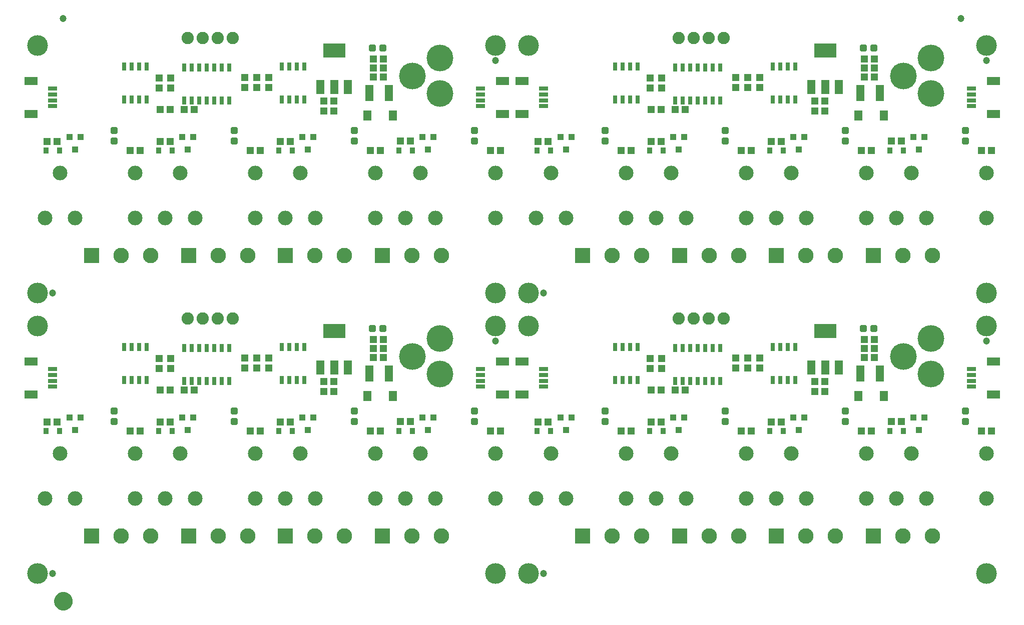
<source format=gts>
G75*
%MOIN*%
%OFA0B0*%
%FSLAX25Y25*%
%IPPOS*%
%LPD*%
%AMOC8*
5,1,8,0,0,1.08239X$1,22.5*
%
%ADD10R,0.05131X0.04737*%
%ADD11R,0.03280X0.04068*%
%ADD12C,0.01990*%
%ADD13R,0.08674X0.05524*%
%ADD14R,0.06115X0.03162*%
%ADD15C,0.09800*%
%ADD16C,0.13800*%
%ADD17R,0.04737X0.05131*%
%ADD18R,0.03950X0.04343*%
%ADD19R,0.10300X0.10300*%
%ADD20C,0.10300*%
%ADD21C,0.04737*%
%ADD22C,0.08200*%
%ADD23R,0.03162X0.05524*%
%ADD24C,0.17800*%
%ADD25R,0.05600X0.09600*%
%ADD26R,0.14973X0.09461*%
%ADD27R,0.05524X0.10643*%
%ADD28R,0.05800X0.06587*%
%ADD29C,0.05000*%
%ADD30C,0.06706*%
D10*
X0100404Y0133750D03*
X0107096Y0133750D03*
X0120404Y0139750D03*
X0127096Y0139750D03*
X0127096Y0161250D03*
X0120404Y0161250D03*
X0136404Y0161250D03*
X0143096Y0161250D03*
X0180404Y0133750D03*
X0187096Y0133750D03*
X0200404Y0139750D03*
X0207096Y0139750D03*
X0229404Y0160250D03*
X0229404Y0166750D03*
X0236096Y0166750D03*
X0236096Y0160250D03*
X0262404Y0182750D03*
X0269096Y0182750D03*
X0269096Y0188750D03*
X0269096Y0194750D03*
X0262404Y0194750D03*
X0262404Y0188750D03*
X0280404Y0140250D03*
X0287096Y0140250D03*
X0267096Y0133750D03*
X0260404Y0133750D03*
X0340404Y0133750D03*
X0347096Y0133750D03*
X0371904Y0139750D03*
X0378596Y0139750D03*
X0427404Y0133750D03*
X0434096Y0133750D03*
X0447404Y0139750D03*
X0454096Y0139750D03*
X0454096Y0161250D03*
X0447404Y0161250D03*
X0463404Y0161250D03*
X0470096Y0161250D03*
X0507404Y0133750D03*
X0514096Y0133750D03*
X0527404Y0139750D03*
X0534096Y0139750D03*
X0556404Y0160250D03*
X0556404Y0166750D03*
X0563096Y0166750D03*
X0563096Y0160250D03*
X0589404Y0182750D03*
X0596096Y0182750D03*
X0596096Y0188750D03*
X0596096Y0194750D03*
X0589404Y0194750D03*
X0589404Y0188750D03*
X0607404Y0140250D03*
X0614096Y0140250D03*
X0594096Y0133750D03*
X0587404Y0133750D03*
X0667404Y0133750D03*
X0674096Y0133750D03*
X0674096Y0320750D03*
X0667404Y0320750D03*
X0614096Y0327250D03*
X0607404Y0327250D03*
X0594096Y0320750D03*
X0587404Y0320750D03*
X0563096Y0347250D03*
X0556404Y0347250D03*
X0556404Y0353750D03*
X0563096Y0353750D03*
X0589404Y0369750D03*
X0596096Y0369750D03*
X0596096Y0375750D03*
X0596096Y0381750D03*
X0589404Y0381750D03*
X0589404Y0375750D03*
X0534096Y0326750D03*
X0527404Y0326750D03*
X0514096Y0320750D03*
X0507404Y0320750D03*
X0470096Y0348250D03*
X0463404Y0348250D03*
X0454096Y0348250D03*
X0447404Y0348250D03*
X0447404Y0326750D03*
X0454096Y0326750D03*
X0434096Y0320750D03*
X0427404Y0320750D03*
X0378596Y0326750D03*
X0371904Y0326750D03*
X0347096Y0320750D03*
X0340404Y0320750D03*
X0287096Y0327250D03*
X0280404Y0327250D03*
X0267096Y0320750D03*
X0260404Y0320750D03*
X0236096Y0347250D03*
X0229404Y0347250D03*
X0229404Y0353750D03*
X0236096Y0353750D03*
X0262404Y0369750D03*
X0269096Y0369750D03*
X0269096Y0375750D03*
X0269096Y0381750D03*
X0262404Y0381750D03*
X0262404Y0375750D03*
X0207096Y0326750D03*
X0200404Y0326750D03*
X0187096Y0320750D03*
X0180404Y0320750D03*
X0143096Y0348250D03*
X0136404Y0348250D03*
X0127096Y0348250D03*
X0120404Y0348250D03*
X0120404Y0326750D03*
X0127096Y0326750D03*
X0107096Y0320750D03*
X0100404Y0320750D03*
X0051596Y0326750D03*
X0044904Y0326750D03*
X0044904Y0139750D03*
X0051596Y0139750D03*
D11*
X0053278Y0133750D03*
X0044222Y0133750D03*
X0119222Y0133750D03*
X0128278Y0133750D03*
X0199222Y0133750D03*
X0208278Y0133750D03*
X0279222Y0133750D03*
X0288278Y0133750D03*
X0371222Y0133750D03*
X0380278Y0133750D03*
X0446222Y0133750D03*
X0455278Y0133750D03*
X0526222Y0133750D03*
X0535278Y0133750D03*
X0606222Y0133750D03*
X0615278Y0133750D03*
X0615278Y0320750D03*
X0606222Y0320750D03*
X0535278Y0320750D03*
X0526222Y0320750D03*
X0455278Y0320750D03*
X0446222Y0320750D03*
X0380278Y0320750D03*
X0371222Y0320750D03*
X0288278Y0320750D03*
X0279222Y0320750D03*
X0208278Y0320750D03*
X0199222Y0320750D03*
X0128278Y0320750D03*
X0119222Y0320750D03*
X0053278Y0320750D03*
X0044222Y0320750D03*
D12*
X0088377Y0328670D02*
X0091123Y0328670D01*
X0091123Y0325924D01*
X0088377Y0325924D01*
X0088377Y0328670D01*
X0088377Y0327814D02*
X0091123Y0327814D01*
X0091123Y0335576D02*
X0088377Y0335576D01*
X0091123Y0335576D02*
X0091123Y0332830D01*
X0088377Y0332830D01*
X0088377Y0335576D01*
X0088377Y0334720D02*
X0091123Y0334720D01*
X0168377Y0335576D02*
X0171123Y0335576D01*
X0171123Y0332830D01*
X0168377Y0332830D01*
X0168377Y0335576D01*
X0168377Y0334720D02*
X0171123Y0334720D01*
X0171123Y0328670D02*
X0168377Y0328670D01*
X0171123Y0328670D02*
X0171123Y0325924D01*
X0168377Y0325924D01*
X0168377Y0328670D01*
X0168377Y0327814D02*
X0171123Y0327814D01*
X0248377Y0328670D02*
X0251123Y0328670D01*
X0251123Y0325924D01*
X0248377Y0325924D01*
X0248377Y0328670D01*
X0248377Y0327814D02*
X0251123Y0327814D01*
X0251123Y0335576D02*
X0248377Y0335576D01*
X0251123Y0335576D02*
X0251123Y0332830D01*
X0248377Y0332830D01*
X0248377Y0335576D01*
X0248377Y0334720D02*
X0251123Y0334720D01*
X0328377Y0335576D02*
X0331123Y0335576D01*
X0331123Y0332830D01*
X0328377Y0332830D01*
X0328377Y0335576D01*
X0328377Y0334720D02*
X0331123Y0334720D01*
X0331123Y0328670D02*
X0328377Y0328670D01*
X0331123Y0328670D02*
X0331123Y0325924D01*
X0328377Y0325924D01*
X0328377Y0328670D01*
X0328377Y0327814D02*
X0331123Y0327814D01*
X0415377Y0328670D02*
X0418123Y0328670D01*
X0418123Y0325924D01*
X0415377Y0325924D01*
X0415377Y0328670D01*
X0415377Y0327814D02*
X0418123Y0327814D01*
X0418123Y0335576D02*
X0415377Y0335576D01*
X0418123Y0335576D02*
X0418123Y0332830D01*
X0415377Y0332830D01*
X0415377Y0335576D01*
X0415377Y0334720D02*
X0418123Y0334720D01*
X0495377Y0335576D02*
X0498123Y0335576D01*
X0498123Y0332830D01*
X0495377Y0332830D01*
X0495377Y0335576D01*
X0495377Y0334720D02*
X0498123Y0334720D01*
X0498123Y0328670D02*
X0495377Y0328670D01*
X0498123Y0328670D02*
X0498123Y0325924D01*
X0495377Y0325924D01*
X0495377Y0328670D01*
X0495377Y0327814D02*
X0498123Y0327814D01*
X0575377Y0328670D02*
X0578123Y0328670D01*
X0578123Y0325924D01*
X0575377Y0325924D01*
X0575377Y0328670D01*
X0575377Y0327814D02*
X0578123Y0327814D01*
X0578123Y0335576D02*
X0575377Y0335576D01*
X0578123Y0335576D02*
X0578123Y0332830D01*
X0575377Y0332830D01*
X0575377Y0335576D01*
X0575377Y0334720D02*
X0578123Y0334720D01*
X0655377Y0335576D02*
X0658123Y0335576D01*
X0658123Y0332830D01*
X0655377Y0332830D01*
X0655377Y0335576D01*
X0655377Y0334720D02*
X0658123Y0334720D01*
X0658123Y0328670D02*
X0655377Y0328670D01*
X0658123Y0328670D02*
X0658123Y0325924D01*
X0655377Y0325924D01*
X0655377Y0328670D01*
X0655377Y0327814D02*
X0658123Y0327814D01*
X0594330Y0387877D02*
X0594330Y0390623D01*
X0597076Y0390623D01*
X0597076Y0387877D01*
X0594330Y0387877D01*
X0594330Y0389767D02*
X0597076Y0389767D01*
X0587424Y0390623D02*
X0587424Y0387877D01*
X0587424Y0390623D02*
X0590170Y0390623D01*
X0590170Y0387877D01*
X0587424Y0387877D01*
X0587424Y0389767D02*
X0590170Y0389767D01*
X0587424Y0203623D02*
X0587424Y0200877D01*
X0587424Y0203623D02*
X0590170Y0203623D01*
X0590170Y0200877D01*
X0587424Y0200877D01*
X0587424Y0202767D02*
X0590170Y0202767D01*
X0594330Y0203623D02*
X0594330Y0200877D01*
X0594330Y0203623D02*
X0597076Y0203623D01*
X0597076Y0200877D01*
X0594330Y0200877D01*
X0594330Y0202767D02*
X0597076Y0202767D01*
X0578123Y0148576D02*
X0575377Y0148576D01*
X0578123Y0148576D02*
X0578123Y0145830D01*
X0575377Y0145830D01*
X0575377Y0148576D01*
X0575377Y0147720D02*
X0578123Y0147720D01*
X0578123Y0141670D02*
X0575377Y0141670D01*
X0578123Y0141670D02*
X0578123Y0138924D01*
X0575377Y0138924D01*
X0575377Y0141670D01*
X0575377Y0140814D02*
X0578123Y0140814D01*
X0655377Y0141670D02*
X0658123Y0141670D01*
X0658123Y0138924D01*
X0655377Y0138924D01*
X0655377Y0141670D01*
X0655377Y0140814D02*
X0658123Y0140814D01*
X0658123Y0148576D02*
X0655377Y0148576D01*
X0658123Y0148576D02*
X0658123Y0145830D01*
X0655377Y0145830D01*
X0655377Y0148576D01*
X0655377Y0147720D02*
X0658123Y0147720D01*
X0498123Y0148576D02*
X0495377Y0148576D01*
X0498123Y0148576D02*
X0498123Y0145830D01*
X0495377Y0145830D01*
X0495377Y0148576D01*
X0495377Y0147720D02*
X0498123Y0147720D01*
X0498123Y0141670D02*
X0495377Y0141670D01*
X0498123Y0141670D02*
X0498123Y0138924D01*
X0495377Y0138924D01*
X0495377Y0141670D01*
X0495377Y0140814D02*
X0498123Y0140814D01*
X0418123Y0141670D02*
X0415377Y0141670D01*
X0418123Y0141670D02*
X0418123Y0138924D01*
X0415377Y0138924D01*
X0415377Y0141670D01*
X0415377Y0140814D02*
X0418123Y0140814D01*
X0418123Y0148576D02*
X0415377Y0148576D01*
X0418123Y0148576D02*
X0418123Y0145830D01*
X0415377Y0145830D01*
X0415377Y0148576D01*
X0415377Y0147720D02*
X0418123Y0147720D01*
X0331123Y0148576D02*
X0328377Y0148576D01*
X0331123Y0148576D02*
X0331123Y0145830D01*
X0328377Y0145830D01*
X0328377Y0148576D01*
X0328377Y0147720D02*
X0331123Y0147720D01*
X0331123Y0141670D02*
X0328377Y0141670D01*
X0331123Y0141670D02*
X0331123Y0138924D01*
X0328377Y0138924D01*
X0328377Y0141670D01*
X0328377Y0140814D02*
X0331123Y0140814D01*
X0251123Y0141670D02*
X0248377Y0141670D01*
X0251123Y0141670D02*
X0251123Y0138924D01*
X0248377Y0138924D01*
X0248377Y0141670D01*
X0248377Y0140814D02*
X0251123Y0140814D01*
X0251123Y0148576D02*
X0248377Y0148576D01*
X0251123Y0148576D02*
X0251123Y0145830D01*
X0248377Y0145830D01*
X0248377Y0148576D01*
X0248377Y0147720D02*
X0251123Y0147720D01*
X0171123Y0148576D02*
X0168377Y0148576D01*
X0171123Y0148576D02*
X0171123Y0145830D01*
X0168377Y0145830D01*
X0168377Y0148576D01*
X0168377Y0147720D02*
X0171123Y0147720D01*
X0171123Y0141670D02*
X0168377Y0141670D01*
X0171123Y0141670D02*
X0171123Y0138924D01*
X0168377Y0138924D01*
X0168377Y0141670D01*
X0168377Y0140814D02*
X0171123Y0140814D01*
X0091123Y0141670D02*
X0088377Y0141670D01*
X0091123Y0141670D02*
X0091123Y0138924D01*
X0088377Y0138924D01*
X0088377Y0141670D01*
X0088377Y0140814D02*
X0091123Y0140814D01*
X0091123Y0148576D02*
X0088377Y0148576D01*
X0091123Y0148576D02*
X0091123Y0145830D01*
X0088377Y0145830D01*
X0088377Y0148576D01*
X0088377Y0147720D02*
X0091123Y0147720D01*
X0260424Y0200877D02*
X0260424Y0203623D01*
X0263170Y0203623D01*
X0263170Y0200877D01*
X0260424Y0200877D01*
X0260424Y0202767D02*
X0263170Y0202767D01*
X0267330Y0203623D02*
X0267330Y0200877D01*
X0267330Y0203623D02*
X0270076Y0203623D01*
X0270076Y0200877D01*
X0267330Y0200877D01*
X0267330Y0202767D02*
X0270076Y0202767D01*
X0267330Y0387877D02*
X0267330Y0390623D01*
X0270076Y0390623D01*
X0270076Y0387877D01*
X0267330Y0387877D01*
X0267330Y0389767D02*
X0270076Y0389767D01*
X0260424Y0390623D02*
X0260424Y0387877D01*
X0260424Y0390623D02*
X0263170Y0390623D01*
X0263170Y0387877D01*
X0260424Y0387877D01*
X0260424Y0389767D02*
X0263170Y0389767D01*
D13*
X0348219Y0367274D03*
X0361281Y0367274D03*
X0361281Y0345226D03*
X0348219Y0345226D03*
X0348219Y0180274D03*
X0361281Y0180274D03*
X0361281Y0158226D03*
X0348219Y0158226D03*
X0034281Y0158226D03*
X0034281Y0180274D03*
X0034281Y0345226D03*
X0034281Y0367274D03*
X0675219Y0367274D03*
X0675219Y0345226D03*
X0675219Y0180274D03*
X0675219Y0158226D03*
D14*
X0660750Y0163344D03*
X0660750Y0167281D03*
X0660750Y0171219D03*
X0660750Y0175156D03*
X0660750Y0350344D03*
X0660750Y0354281D03*
X0660750Y0358219D03*
X0660750Y0362156D03*
X0375750Y0362156D03*
X0375750Y0358219D03*
X0375750Y0354281D03*
X0375750Y0350344D03*
X0333750Y0350344D03*
X0333750Y0354281D03*
X0333750Y0358219D03*
X0333750Y0362156D03*
X0048750Y0362156D03*
X0048750Y0358219D03*
X0048750Y0354281D03*
X0048750Y0350344D03*
X0048750Y0175156D03*
X0048750Y0171219D03*
X0048750Y0167281D03*
X0048750Y0163344D03*
X0333750Y0163344D03*
X0333750Y0167281D03*
X0333750Y0171219D03*
X0333750Y0175156D03*
X0375750Y0175156D03*
X0375750Y0171219D03*
X0375750Y0167281D03*
X0375750Y0163344D03*
D15*
X0380750Y0118750D03*
X0343750Y0118750D03*
X0293750Y0118750D03*
X0263750Y0118750D03*
X0213750Y0118750D03*
X0183750Y0118750D03*
X0133750Y0118750D03*
X0103750Y0118750D03*
X0103750Y0088750D03*
X0123750Y0088750D03*
X0143750Y0088750D03*
X0183750Y0088750D03*
X0203750Y0088750D03*
X0223750Y0088750D03*
X0263750Y0088750D03*
X0283750Y0088750D03*
X0303750Y0088750D03*
X0343750Y0088750D03*
X0370750Y0088750D03*
X0390750Y0088750D03*
X0430750Y0088750D03*
X0450750Y0088750D03*
X0470750Y0088750D03*
X0510750Y0088750D03*
X0530750Y0088750D03*
X0550750Y0088750D03*
X0590750Y0088750D03*
X0610750Y0088750D03*
X0630750Y0088750D03*
X0670750Y0088750D03*
X0670750Y0118750D03*
X0620750Y0118750D03*
X0590750Y0118750D03*
X0540750Y0118750D03*
X0510750Y0118750D03*
X0460750Y0118750D03*
X0430750Y0118750D03*
X0430750Y0275750D03*
X0450750Y0275750D03*
X0470750Y0275750D03*
X0510750Y0275750D03*
X0530750Y0275750D03*
X0550750Y0275750D03*
X0590750Y0275750D03*
X0610750Y0275750D03*
X0630750Y0275750D03*
X0670750Y0275750D03*
X0670750Y0305750D03*
X0620750Y0305750D03*
X0590750Y0305750D03*
X0540750Y0305750D03*
X0510750Y0305750D03*
X0460750Y0305750D03*
X0430750Y0305750D03*
X0380750Y0305750D03*
X0343750Y0305750D03*
X0293750Y0305750D03*
X0263750Y0305750D03*
X0213750Y0305750D03*
X0183750Y0305750D03*
X0133750Y0305750D03*
X0103750Y0305750D03*
X0103750Y0275750D03*
X0123750Y0275750D03*
X0143750Y0275750D03*
X0183750Y0275750D03*
X0203750Y0275750D03*
X0223750Y0275750D03*
X0263750Y0275750D03*
X0283750Y0275750D03*
X0303750Y0275750D03*
X0343750Y0275750D03*
X0370750Y0275750D03*
X0390750Y0275750D03*
X0063750Y0275750D03*
X0043750Y0275750D03*
X0053750Y0305750D03*
X0053750Y0118750D03*
X0043750Y0088750D03*
X0063750Y0088750D03*
D16*
X0038750Y0038750D03*
X0038750Y0203750D03*
X0038750Y0225750D03*
X0038750Y0390750D03*
X0343750Y0390750D03*
X0365750Y0390750D03*
X0365750Y0225750D03*
X0343750Y0225750D03*
X0343750Y0203750D03*
X0365750Y0203750D03*
X0365750Y0038750D03*
X0343750Y0038750D03*
X0670750Y0038750D03*
X0670750Y0203750D03*
X0670750Y0225750D03*
X0670750Y0390750D03*
D17*
X0519750Y0369596D03*
X0519750Y0362904D03*
X0511750Y0362904D03*
X0511750Y0369596D03*
X0503750Y0369596D03*
X0503750Y0362904D03*
X0454250Y0362404D03*
X0454250Y0369096D03*
X0446750Y0369096D03*
X0446750Y0362404D03*
X0192750Y0362904D03*
X0192750Y0369596D03*
X0184750Y0369596D03*
X0184750Y0362904D03*
X0176750Y0362904D03*
X0176750Y0369596D03*
X0127250Y0369096D03*
X0127250Y0362404D03*
X0119750Y0362404D03*
X0119750Y0369096D03*
X0119750Y0182096D03*
X0119750Y0175404D03*
X0127250Y0175404D03*
X0127250Y0182096D03*
X0176750Y0182596D03*
X0176750Y0175904D03*
X0184750Y0175904D03*
X0184750Y0182596D03*
X0192750Y0182596D03*
X0192750Y0175904D03*
X0446750Y0175404D03*
X0446750Y0182096D03*
X0454250Y0182096D03*
X0454250Y0175404D03*
X0503750Y0175904D03*
X0503750Y0182596D03*
X0511750Y0182596D03*
X0511750Y0175904D03*
X0519750Y0175904D03*
X0519750Y0182596D03*
D18*
X0542010Y0142687D03*
X0549490Y0142687D03*
X0545750Y0134419D03*
X0469490Y0142687D03*
X0462010Y0142687D03*
X0465750Y0134419D03*
X0394490Y0142687D03*
X0387010Y0142687D03*
X0390750Y0134419D03*
X0302490Y0142687D03*
X0295010Y0142687D03*
X0298750Y0134419D03*
X0222490Y0142687D03*
X0215010Y0142687D03*
X0218750Y0134419D03*
X0142490Y0142687D03*
X0135010Y0142687D03*
X0138750Y0134419D03*
X0067490Y0142687D03*
X0060010Y0142687D03*
X0063750Y0134419D03*
X0063750Y0321419D03*
X0060010Y0329687D03*
X0067490Y0329687D03*
X0135010Y0329687D03*
X0142490Y0329687D03*
X0138750Y0321419D03*
X0215010Y0329687D03*
X0222490Y0329687D03*
X0218750Y0321419D03*
X0295010Y0329687D03*
X0302490Y0329687D03*
X0298750Y0321419D03*
X0387010Y0329687D03*
X0394490Y0329687D03*
X0390750Y0321419D03*
X0462010Y0329687D03*
X0469490Y0329687D03*
X0465750Y0321419D03*
X0542010Y0329687D03*
X0549490Y0329687D03*
X0545750Y0321419D03*
X0622010Y0329687D03*
X0629490Y0329687D03*
X0625750Y0321419D03*
X0622010Y0142687D03*
X0629490Y0142687D03*
X0625750Y0134419D03*
D19*
X0595250Y0063750D03*
X0530750Y0063750D03*
X0466250Y0063750D03*
X0401750Y0063750D03*
X0268250Y0063750D03*
X0203750Y0063750D03*
X0139250Y0063750D03*
X0074750Y0063750D03*
X0074750Y0250750D03*
X0139250Y0250750D03*
X0203750Y0250750D03*
X0268250Y0250750D03*
X0401750Y0250750D03*
X0466250Y0250750D03*
X0530750Y0250750D03*
X0595250Y0250750D03*
D20*
X0614935Y0250750D03*
X0634620Y0250750D03*
X0570120Y0250750D03*
X0550435Y0250750D03*
X0505620Y0250750D03*
X0485935Y0250750D03*
X0441120Y0250750D03*
X0421435Y0250750D03*
X0307620Y0250750D03*
X0287935Y0250750D03*
X0243120Y0250750D03*
X0223435Y0250750D03*
X0178620Y0250750D03*
X0158935Y0250750D03*
X0114120Y0250750D03*
X0094435Y0250750D03*
X0094435Y0063750D03*
X0114120Y0063750D03*
X0158935Y0063750D03*
X0178620Y0063750D03*
X0223435Y0063750D03*
X0243120Y0063750D03*
X0287935Y0063750D03*
X0307620Y0063750D03*
X0421435Y0063750D03*
X0441120Y0063750D03*
X0485935Y0063750D03*
X0505620Y0063750D03*
X0550435Y0063750D03*
X0570120Y0063750D03*
X0614935Y0063750D03*
X0634620Y0063750D03*
D21*
X0670750Y0193750D03*
X0375750Y0225750D03*
X0343750Y0193750D03*
X0375750Y0038750D03*
X0048750Y0038750D03*
X0048750Y0225750D03*
X0343750Y0380750D03*
X0055750Y0409000D03*
X0653750Y0409000D03*
X0670750Y0380750D03*
D22*
X0495750Y0395750D03*
X0485750Y0395750D03*
X0475750Y0395750D03*
X0465750Y0395750D03*
X0168750Y0395750D03*
X0158750Y0395750D03*
X0148750Y0395750D03*
X0138750Y0395750D03*
X0138750Y0208750D03*
X0148750Y0208750D03*
X0158750Y0208750D03*
X0168750Y0208750D03*
X0465750Y0208750D03*
X0475750Y0208750D03*
X0485750Y0208750D03*
X0495750Y0208750D03*
D23*
X0493250Y0189274D03*
X0488250Y0189274D03*
X0483250Y0189274D03*
X0478250Y0189274D03*
X0473250Y0189274D03*
X0468250Y0189274D03*
X0463250Y0189274D03*
X0438250Y0189774D03*
X0433250Y0189774D03*
X0428250Y0189774D03*
X0423250Y0189774D03*
X0423250Y0167726D03*
X0428250Y0167726D03*
X0433250Y0167726D03*
X0438250Y0167726D03*
X0463250Y0167226D03*
X0468250Y0167226D03*
X0473250Y0167226D03*
X0478250Y0167226D03*
X0483250Y0167226D03*
X0488250Y0167226D03*
X0493250Y0167226D03*
X0528250Y0167726D03*
X0533250Y0167726D03*
X0538250Y0167726D03*
X0543250Y0167726D03*
X0543250Y0189774D03*
X0538250Y0189774D03*
X0533250Y0189774D03*
X0528250Y0189774D03*
X0528250Y0354726D03*
X0533250Y0354726D03*
X0538250Y0354726D03*
X0543250Y0354726D03*
X0543250Y0376774D03*
X0538250Y0376774D03*
X0533250Y0376774D03*
X0528250Y0376774D03*
X0493250Y0376274D03*
X0488250Y0376274D03*
X0483250Y0376274D03*
X0478250Y0376274D03*
X0473250Y0376274D03*
X0468250Y0376274D03*
X0463250Y0376274D03*
X0438250Y0376774D03*
X0433250Y0376774D03*
X0428250Y0376774D03*
X0423250Y0376774D03*
X0423250Y0354726D03*
X0428250Y0354726D03*
X0433250Y0354726D03*
X0438250Y0354726D03*
X0463250Y0354226D03*
X0468250Y0354226D03*
X0473250Y0354226D03*
X0478250Y0354226D03*
X0483250Y0354226D03*
X0488250Y0354226D03*
X0493250Y0354226D03*
X0216250Y0354726D03*
X0211250Y0354726D03*
X0206250Y0354726D03*
X0201250Y0354726D03*
X0166250Y0354226D03*
X0161250Y0354226D03*
X0156250Y0354226D03*
X0151250Y0354226D03*
X0146250Y0354226D03*
X0141250Y0354226D03*
X0136250Y0354226D03*
X0111250Y0354726D03*
X0106250Y0354726D03*
X0101250Y0354726D03*
X0096250Y0354726D03*
X0096250Y0376774D03*
X0101250Y0376774D03*
X0106250Y0376774D03*
X0111250Y0376774D03*
X0136250Y0376274D03*
X0141250Y0376274D03*
X0146250Y0376274D03*
X0151250Y0376274D03*
X0156250Y0376274D03*
X0161250Y0376274D03*
X0166250Y0376274D03*
X0201250Y0376774D03*
X0206250Y0376774D03*
X0211250Y0376774D03*
X0216250Y0376774D03*
X0216250Y0189774D03*
X0211250Y0189774D03*
X0206250Y0189774D03*
X0201250Y0189774D03*
X0166250Y0189274D03*
X0161250Y0189274D03*
X0156250Y0189274D03*
X0151250Y0189274D03*
X0146250Y0189274D03*
X0141250Y0189274D03*
X0136250Y0189274D03*
X0111250Y0189774D03*
X0106250Y0189774D03*
X0101250Y0189774D03*
X0096250Y0189774D03*
X0096250Y0167726D03*
X0101250Y0167726D03*
X0106250Y0167726D03*
X0111250Y0167726D03*
X0136250Y0167226D03*
X0141250Y0167226D03*
X0146250Y0167226D03*
X0151250Y0167226D03*
X0156250Y0167226D03*
X0161250Y0167226D03*
X0166250Y0167226D03*
X0201250Y0167726D03*
X0206250Y0167726D03*
X0211250Y0167726D03*
X0216250Y0167726D03*
D24*
X0288246Y0183624D03*
X0306750Y0171813D03*
X0306750Y0195435D03*
X0306750Y0358813D03*
X0288246Y0370624D03*
X0306750Y0382435D03*
X0615246Y0370624D03*
X0633750Y0358813D03*
X0633750Y0382435D03*
X0633750Y0195435D03*
X0615246Y0183624D03*
X0633750Y0171813D03*
D25*
X0572350Y0176050D03*
X0563250Y0176050D03*
X0554150Y0176050D03*
X0245350Y0176050D03*
X0236250Y0176050D03*
X0227150Y0176050D03*
X0227150Y0363050D03*
X0236250Y0363050D03*
X0245350Y0363050D03*
X0554150Y0363050D03*
X0563250Y0363050D03*
X0572350Y0363050D03*
D26*
X0563250Y0387451D03*
X0563250Y0200451D03*
X0236250Y0200451D03*
X0236250Y0387451D03*
D27*
X0259754Y0359250D03*
X0272746Y0359250D03*
X0272746Y0172250D03*
X0259754Y0172250D03*
X0586754Y0172250D03*
X0599746Y0172250D03*
X0599746Y0359250D03*
X0586754Y0359250D03*
D28*
X0585285Y0344250D03*
X0602215Y0344250D03*
X0602215Y0157250D03*
X0585285Y0157250D03*
X0275215Y0157250D03*
X0258285Y0157250D03*
X0258285Y0344250D03*
X0275215Y0344250D03*
D29*
X0052185Y0020500D02*
X0052187Y0020619D01*
X0052193Y0020738D01*
X0052203Y0020857D01*
X0052217Y0020975D01*
X0052235Y0021093D01*
X0052256Y0021210D01*
X0052282Y0021326D01*
X0052312Y0021442D01*
X0052345Y0021556D01*
X0052382Y0021669D01*
X0052423Y0021781D01*
X0052468Y0021892D01*
X0052516Y0022001D01*
X0052568Y0022108D01*
X0052624Y0022213D01*
X0052683Y0022317D01*
X0052745Y0022418D01*
X0052811Y0022518D01*
X0052880Y0022615D01*
X0052952Y0022709D01*
X0053028Y0022802D01*
X0053106Y0022891D01*
X0053187Y0022978D01*
X0053272Y0023063D01*
X0053359Y0023144D01*
X0053448Y0023222D01*
X0053541Y0023298D01*
X0053635Y0023370D01*
X0053732Y0023439D01*
X0053832Y0023505D01*
X0053933Y0023567D01*
X0054037Y0023626D01*
X0054142Y0023682D01*
X0054249Y0023734D01*
X0054358Y0023782D01*
X0054469Y0023827D01*
X0054581Y0023868D01*
X0054694Y0023905D01*
X0054808Y0023938D01*
X0054924Y0023968D01*
X0055040Y0023994D01*
X0055157Y0024015D01*
X0055275Y0024033D01*
X0055393Y0024047D01*
X0055512Y0024057D01*
X0055631Y0024063D01*
X0055750Y0024065D01*
X0055869Y0024063D01*
X0055988Y0024057D01*
X0056107Y0024047D01*
X0056225Y0024033D01*
X0056343Y0024015D01*
X0056460Y0023994D01*
X0056576Y0023968D01*
X0056692Y0023938D01*
X0056806Y0023905D01*
X0056919Y0023868D01*
X0057031Y0023827D01*
X0057142Y0023782D01*
X0057251Y0023734D01*
X0057358Y0023682D01*
X0057463Y0023626D01*
X0057567Y0023567D01*
X0057668Y0023505D01*
X0057768Y0023439D01*
X0057865Y0023370D01*
X0057959Y0023298D01*
X0058052Y0023222D01*
X0058141Y0023144D01*
X0058228Y0023063D01*
X0058313Y0022978D01*
X0058394Y0022891D01*
X0058472Y0022802D01*
X0058548Y0022709D01*
X0058620Y0022615D01*
X0058689Y0022518D01*
X0058755Y0022418D01*
X0058817Y0022317D01*
X0058876Y0022213D01*
X0058932Y0022108D01*
X0058984Y0022001D01*
X0059032Y0021892D01*
X0059077Y0021781D01*
X0059118Y0021669D01*
X0059155Y0021556D01*
X0059188Y0021442D01*
X0059218Y0021326D01*
X0059244Y0021210D01*
X0059265Y0021093D01*
X0059283Y0020975D01*
X0059297Y0020857D01*
X0059307Y0020738D01*
X0059313Y0020619D01*
X0059315Y0020500D01*
X0059313Y0020381D01*
X0059307Y0020262D01*
X0059297Y0020143D01*
X0059283Y0020025D01*
X0059265Y0019907D01*
X0059244Y0019790D01*
X0059218Y0019674D01*
X0059188Y0019558D01*
X0059155Y0019444D01*
X0059118Y0019331D01*
X0059077Y0019219D01*
X0059032Y0019108D01*
X0058984Y0018999D01*
X0058932Y0018892D01*
X0058876Y0018787D01*
X0058817Y0018683D01*
X0058755Y0018582D01*
X0058689Y0018482D01*
X0058620Y0018385D01*
X0058548Y0018291D01*
X0058472Y0018198D01*
X0058394Y0018109D01*
X0058313Y0018022D01*
X0058228Y0017937D01*
X0058141Y0017856D01*
X0058052Y0017778D01*
X0057959Y0017702D01*
X0057865Y0017630D01*
X0057768Y0017561D01*
X0057668Y0017495D01*
X0057567Y0017433D01*
X0057463Y0017374D01*
X0057358Y0017318D01*
X0057251Y0017266D01*
X0057142Y0017218D01*
X0057031Y0017173D01*
X0056919Y0017132D01*
X0056806Y0017095D01*
X0056692Y0017062D01*
X0056576Y0017032D01*
X0056460Y0017006D01*
X0056343Y0016985D01*
X0056225Y0016967D01*
X0056107Y0016953D01*
X0055988Y0016943D01*
X0055869Y0016937D01*
X0055750Y0016935D01*
X0055631Y0016937D01*
X0055512Y0016943D01*
X0055393Y0016953D01*
X0055275Y0016967D01*
X0055157Y0016985D01*
X0055040Y0017006D01*
X0054924Y0017032D01*
X0054808Y0017062D01*
X0054694Y0017095D01*
X0054581Y0017132D01*
X0054469Y0017173D01*
X0054358Y0017218D01*
X0054249Y0017266D01*
X0054142Y0017318D01*
X0054037Y0017374D01*
X0053933Y0017433D01*
X0053832Y0017495D01*
X0053732Y0017561D01*
X0053635Y0017630D01*
X0053541Y0017702D01*
X0053448Y0017778D01*
X0053359Y0017856D01*
X0053272Y0017937D01*
X0053187Y0018022D01*
X0053106Y0018109D01*
X0053028Y0018198D01*
X0052952Y0018291D01*
X0052880Y0018385D01*
X0052811Y0018482D01*
X0052745Y0018582D01*
X0052683Y0018683D01*
X0052624Y0018787D01*
X0052568Y0018892D01*
X0052516Y0018999D01*
X0052468Y0019108D01*
X0052423Y0019219D01*
X0052382Y0019331D01*
X0052345Y0019444D01*
X0052312Y0019558D01*
X0052282Y0019674D01*
X0052256Y0019790D01*
X0052235Y0019907D01*
X0052217Y0020025D01*
X0052203Y0020143D01*
X0052193Y0020262D01*
X0052187Y0020381D01*
X0052185Y0020500D01*
D30*
X0055750Y0020500D03*
M02*

</source>
